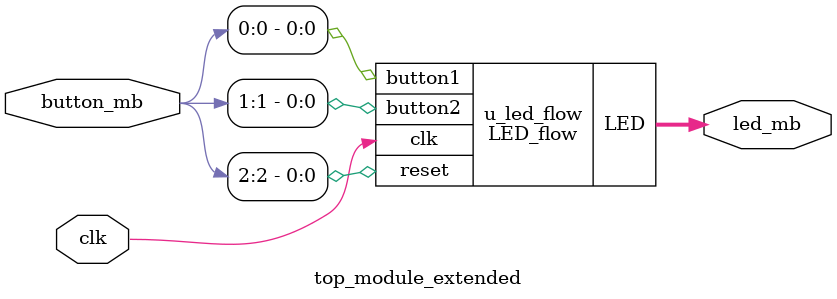
<source format=v>
`timescale 1ns / 1ps
module LED_flow(
    input wire clk,
    input wire button1,
    input wire button2,
    input wire reset,
    output reg [4:0] LED
);

    reg [4:0] led_pattern[0:9];
    reg [3:0] state = 0;

    reg [31:0] counter = 0;
    reg [31:0] divisor = 2500000;

    reg button1_reg = 0;
    reg button2_reg = 0;
    reg button1_reg_d = 0;
    reg button2_reg_d = 0;

    wire button1_rise;
    wire button2_rise;

    assign button1_rise = (button1_reg && !button1_reg_d);
    assign button2_rise = (button2_reg && !button2_reg_d);

    always @(posedge clk or posedge reset) begin
        if (reset) begin
            LED <= 5'b00000;
            state <= 0;
            counter <= 0;
            divisor <= 2500000;
        end else begin
            button1_reg_d <= button1_reg;
            button2_reg_d <= button2_reg;
            button1_reg   <= button1;
            button2_reg   <= button2;

            if (button1_rise) begin
                if (divisor > 10) 
                    divisor <= divisor >> 1;
            end

            if (button2_rise) begin
                if (divisor < 312500)
                    divisor <= divisor << 1;
            end

            counter <= counter + 1;
            if (counter >= divisor - 1) begin
                counter <= 0;
                if (state == 9)
                    state <= 0;
                else
                    state <= state + 1;

                LED <= led_pattern[state];
            end
        end
    end

    always @(posedge reset) begin
        led_pattern[0] = 5'b00000;
        led_pattern[1] = 5'b00001;
        led_pattern[2] = 5'b00011;
        led_pattern[3] = 5'b00111;
        led_pattern[4] = 5'b01111;
        led_pattern[5] = 5'b11111;
        led_pattern[6] = 5'b11110;
        led_pattern[7] = 5'b11100;
        led_pattern[8] = 5'b11000;
        led_pattern[9] = 5'b10000;
    end

endmodule

module top_module_extended(
    input wire clk,
    input wire [3:0] button_mb,
    output wire [4:0] led_mb
); 

    LED_flow u_led_flow (
        .clk       (clk),
        .button1   (button_mb[0]),
        .button2   (button_mb[1]),
        .reset     (button_mb[2]),
        .LED       (led_mb)
    );

endmodule

</source>
